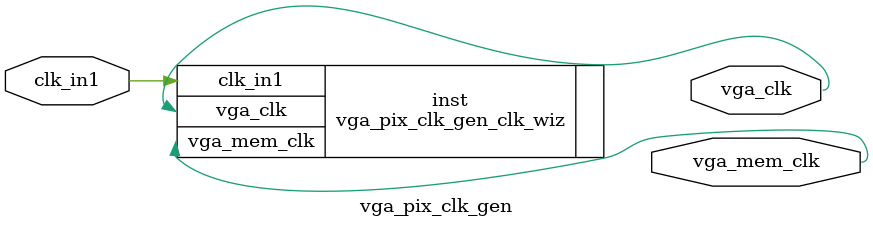
<source format=v>


`timescale 1ps/1ps

(* CORE_GENERATION_INFO = "vga_pix_clk_gen,clk_wiz_v6_0_8_0_0,{component_name=vga_pix_clk_gen,use_phase_alignment=true,use_min_o_jitter=false,use_max_i_jitter=false,use_dyn_phase_shift=false,use_inclk_switchover=false,use_dyn_reconfig=false,enable_axi=0,feedback_source=FDBK_AUTO,PRIMITIVE=MMCM,num_out_clk=2,clkin1_period=10.000,clkin2_period=10.000,use_power_down=false,use_reset=false,use_locked=false,use_inclk_stopped=false,feedback_type=SINGLE,CLOCK_MGR_TYPE=NA,manual_override=false}" *)

module vga_pix_clk_gen 
 (
  // Clock out ports
  output        vga_clk,
  output        vga_mem_clk,
 // Clock in ports
  input         clk_in1
 );

  vga_pix_clk_gen_clk_wiz inst
  (
  // Clock out ports  
  .vga_clk(vga_clk),
  .vga_mem_clk(vga_mem_clk),
 // Clock in ports
  .clk_in1(clk_in1)
  );

endmodule

</source>
